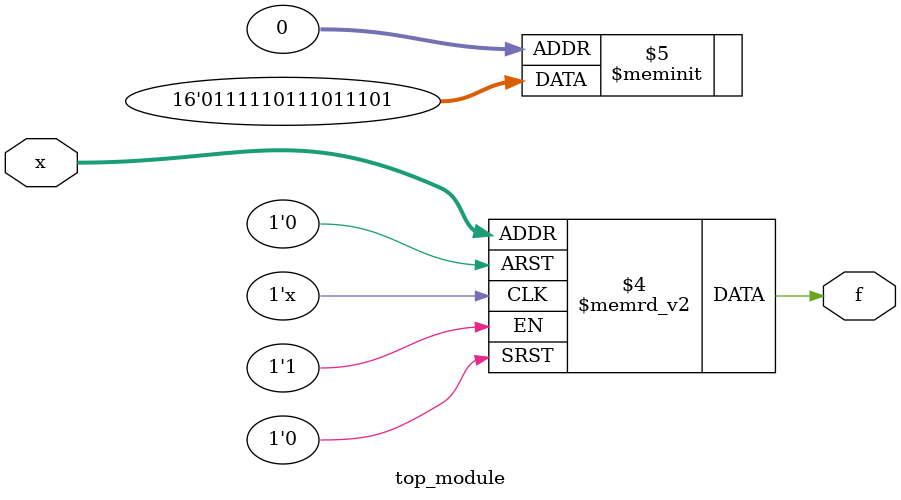
<source format=sv>
module top_module (
	input [4:1] x,
	output logic f
);
	
	always_comb begin
		case (x)
			4'b0000: f = 1;
			4'b0001: f = 0;
			4'b0011: f = 1;
			4'b0010: f = 1;
			4'b0110: f = 1;
			4'b0111: f = 1;
			4'b0101: f = 0;
			4'b0100: f = 1;
			4'b1100: f = 1;
			4'b1101: f = 1;
			4'b1111: f = 0;
			4'b1110: f = 1;
			4'b1010: f = 1;
			4'b1011: f = 1;
			4'b1001: f = 0;
			4'b1000: f = 1;
			default: f = 0;
		endcase
	end
	
endmodule

</source>
